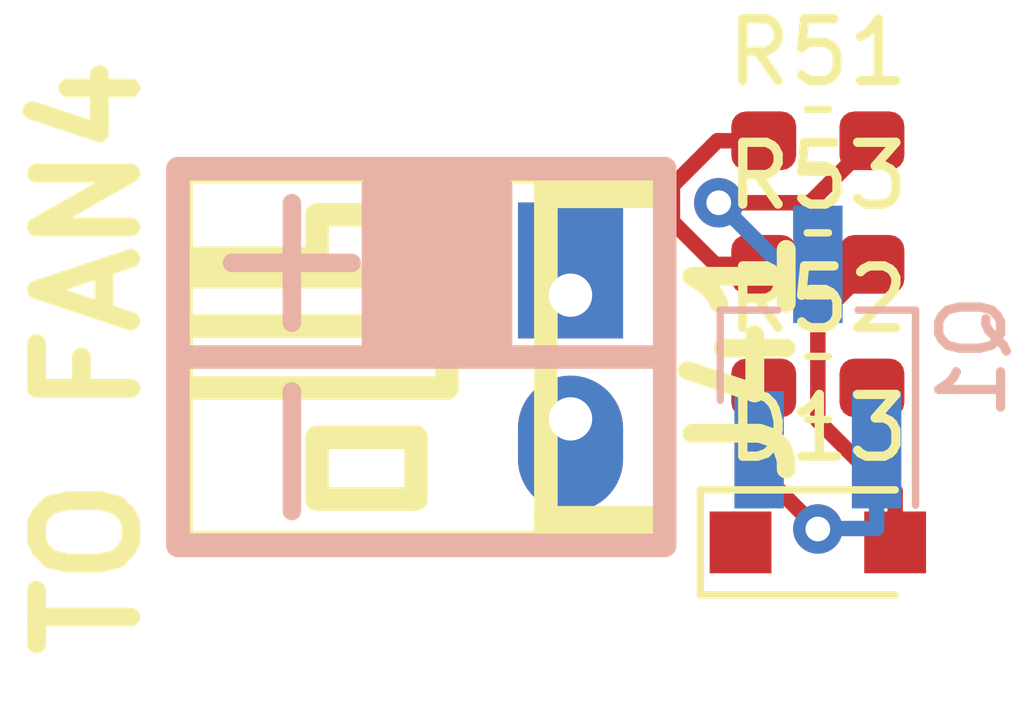
<source format=kicad_pcb>
(kicad_pcb (version 20171130) (host pcbnew 5.0.2-bee76a0~70~ubuntu18.04.1)

  (general
    (thickness 1.6)
    (drawings 0)
    (tracks 22)
    (zones 0)
    (modules 6)
    (nets 10)
  )

  (page A4)
  (layers
    (0 F.Cu signal)
    (31 B.Cu signal)
    (32 B.Adhes user)
    (33 F.Adhes user)
    (34 B.Paste user)
    (35 F.Paste user)
    (36 B.SilkS user)
    (37 F.SilkS user)
    (38 B.Mask user)
    (39 F.Mask user)
    (40 Dwgs.User user)
    (41 Cmts.User user)
    (42 Eco1.User user)
    (43 Eco2.User user)
    (44 Edge.Cuts user)
    (45 Margin user)
    (46 B.CrtYd user)
    (47 F.CrtYd user)
    (48 B.Fab user)
    (49 F.Fab user)
  )

  (setup
    (last_trace_width 0.25)
    (trace_clearance 0.2)
    (zone_clearance 0.508)
    (zone_45_only no)
    (trace_min 0.2)
    (segment_width 0.2)
    (edge_width 0.1)
    (via_size 0.8)
    (via_drill 0.4)
    (via_min_size 0.4)
    (via_min_drill 0.3)
    (uvia_size 0.3)
    (uvia_drill 0.1)
    (uvias_allowed no)
    (uvia_min_size 0.2)
    (uvia_min_drill 0.1)
    (pcb_text_width 0.3)
    (pcb_text_size 1.5 1.5)
    (mod_edge_width 0.15)
    (mod_text_size 1 1)
    (mod_text_width 0.15)
    (pad_size 1.5 1.5)
    (pad_drill 0.6)
    (pad_to_mask_clearance 0)
    (aux_axis_origin 0 0)
    (visible_elements FFFFEF7F)
    (pcbplotparams
      (layerselection 0x010fc_ffffffff)
      (usegerberextensions false)
      (usegerberattributes false)
      (usegerberadvancedattributes false)
      (creategerberjobfile false)
      (excludeedgelayer true)
      (linewidth 0.100000)
      (plotframeref false)
      (viasonmask false)
      (mode 1)
      (useauxorigin false)
      (hpglpennumber 1)
      (hpglpenspeed 20)
      (hpglpendiameter 15.000000)
      (psnegative false)
      (psa4output false)
      (plotreference true)
      (plotvalue true)
      (plotinvisibletext false)
      (padsonsilk false)
      (subtractmaskfromsilk false)
      (outputformat 1)
      (mirror false)
      (drillshape 1)
      (scaleselection 1)
      (outputdirectory ""))
  )

  (net 0 "")
  (net 1 "Net-(J41-Pad2)")
  (net 2 "Net-(J41-Pad1)")
  (net 3 VDD)
  (net 4 /FAN_PWM_OUTPUT)
  (net 5 /STM32_FAN_PWM)
  (net 6 "Net-(Q1-Pad1)")
  (net 7 /STM32_FAN_RPM)
  (net 8 GND)
  (net 9 /FAN_RPM)

  (net_class Default "This is the default net class."
    (clearance 0.2)
    (trace_width 0.25)
    (via_dia 0.8)
    (via_drill 0.4)
    (uvia_dia 0.3)
    (uvia_drill 0.1)
    (add_net /FAN_PWM_OUTPUT)
    (add_net /FAN_RPM)
    (add_net /STM32_FAN_PWM)
    (add_net /STM32_FAN_RPM)
    (add_net GND)
    (add_net "Net-(J41-Pad1)")
    (add_net "Net-(J41-Pad2)")
    (add_net "Net-(Q1-Pad1)")
    (add_net VDD)
  )

  (module Diode_SMD:D_SOD-323_HandSoldering (layer F.Cu) (tedit 58641869) (tstamp 5CC2B3BC)
    (at 24.5 31.5)
    (descr SOD-323)
    (tags SOD-323)
    (path /5CC25065)
    (attr smd)
    (fp_text reference D13 (at 0 -1.85) (layer F.SilkS)
      (effects (font (size 1 1) (thickness 0.15)))
    )
    (fp_text value 1N4148 (at 0.1 1.9) (layer F.Fab)
      (effects (font (size 1 1) (thickness 0.15)))
    )
    (fp_text user %R (at 0 -1.85) (layer F.Fab)
      (effects (font (size 1 1) (thickness 0.15)))
    )
    (fp_line (start -1.9 -0.85) (end -1.9 0.85) (layer F.SilkS) (width 0.12))
    (fp_line (start 0.2 0) (end 0.45 0) (layer F.Fab) (width 0.1))
    (fp_line (start 0.2 0.35) (end -0.3 0) (layer F.Fab) (width 0.1))
    (fp_line (start 0.2 -0.35) (end 0.2 0.35) (layer F.Fab) (width 0.1))
    (fp_line (start -0.3 0) (end 0.2 -0.35) (layer F.Fab) (width 0.1))
    (fp_line (start -0.3 0) (end -0.5 0) (layer F.Fab) (width 0.1))
    (fp_line (start -0.3 -0.35) (end -0.3 0.35) (layer F.Fab) (width 0.1))
    (fp_line (start -0.9 0.7) (end -0.9 -0.7) (layer F.Fab) (width 0.1))
    (fp_line (start 0.9 0.7) (end -0.9 0.7) (layer F.Fab) (width 0.1))
    (fp_line (start 0.9 -0.7) (end 0.9 0.7) (layer F.Fab) (width 0.1))
    (fp_line (start -0.9 -0.7) (end 0.9 -0.7) (layer F.Fab) (width 0.1))
    (fp_line (start -2 -0.95) (end 2 -0.95) (layer F.CrtYd) (width 0.05))
    (fp_line (start 2 -0.95) (end 2 0.95) (layer F.CrtYd) (width 0.05))
    (fp_line (start -2 0.95) (end 2 0.95) (layer F.CrtYd) (width 0.05))
    (fp_line (start -2 -0.95) (end -2 0.95) (layer F.CrtYd) (width 0.05))
    (fp_line (start -1.9 0.85) (end 1.25 0.85) (layer F.SilkS) (width 0.12))
    (fp_line (start -1.9 -0.85) (end 1.25 -0.85) (layer F.SilkS) (width 0.12))
    (pad 1 smd rect (at -1.25 0) (size 1 1) (layers F.Cu F.Paste F.Mask)
      (net 9 /FAN_RPM))
    (pad 2 smd rect (at 1.25 0) (size 1 1) (layers F.Cu F.Paste F.Mask)
      (net 7 /STM32_FAN_RPM))
    (model ${KISYS3DMOD}/Diode_SMD.3dshapes/D_SOD-323.wrl
      (at (xyz 0 0 0))
      (scale (xyz 1 1 1))
      (rotate (xyz 0 0 0))
    )
  )

  (module Package_TO_SOT_SMD:SOT-23_Handsoldering (layer B.Cu) (tedit 5A0AB76C) (tstamp 5CC2B3A4)
    (at 24.5 28.5 90)
    (descr "SOT-23, Handsoldering")
    (tags SOT-23)
    (path /5CC24DF7)
    (attr smd)
    (fp_text reference Q1 (at 0 2.5 90) (layer B.SilkS)
      (effects (font (size 1 1) (thickness 0.15)) (justify mirror))
    )
    (fp_text value SS9013_J3 (at 0 -2.5 90) (layer B.Fab)
      (effects (font (size 1 1) (thickness 0.15)) (justify mirror))
    )
    (fp_text user %R (at 0 0) (layer B.Fab)
      (effects (font (size 0.5 0.5) (thickness 0.075)) (justify mirror))
    )
    (fp_line (start 0.76 -1.58) (end 0.76 -0.65) (layer B.SilkS) (width 0.12))
    (fp_line (start 0.76 1.58) (end 0.76 0.65) (layer B.SilkS) (width 0.12))
    (fp_line (start -2.7 1.75) (end 2.7 1.75) (layer B.CrtYd) (width 0.05))
    (fp_line (start 2.7 1.75) (end 2.7 -1.75) (layer B.CrtYd) (width 0.05))
    (fp_line (start 2.7 -1.75) (end -2.7 -1.75) (layer B.CrtYd) (width 0.05))
    (fp_line (start -2.7 -1.75) (end -2.7 1.75) (layer B.CrtYd) (width 0.05))
    (fp_line (start 0.76 1.58) (end -2.4 1.58) (layer B.SilkS) (width 0.12))
    (fp_line (start -0.7 0.95) (end -0.7 -1.5) (layer B.Fab) (width 0.1))
    (fp_line (start -0.15 1.52) (end 0.7 1.52) (layer B.Fab) (width 0.1))
    (fp_line (start -0.7 0.95) (end -0.15 1.52) (layer B.Fab) (width 0.1))
    (fp_line (start 0.7 1.52) (end 0.7 -1.52) (layer B.Fab) (width 0.1))
    (fp_line (start -0.7 -1.52) (end 0.7 -1.52) (layer B.Fab) (width 0.1))
    (fp_line (start 0.76 -1.58) (end -0.7 -1.58) (layer B.SilkS) (width 0.12))
    (pad 1 smd rect (at -1.5 0.95 90) (size 1.9 0.8) (layers B.Cu B.Paste B.Mask)
      (net 6 "Net-(Q1-Pad1)"))
    (pad 2 smd rect (at -1.5 -0.95 90) (size 1.9 0.8) (layers B.Cu B.Paste B.Mask)
      (net 8 GND))
    (pad 3 smd rect (at 1.5 0 90) (size 1.9 0.8) (layers B.Cu B.Paste B.Mask)
      (net 4 /FAN_PWM_OUTPUT))
    (model ${KISYS3DMOD}/Package_TO_SOT_SMD.3dshapes/SOT-23.wrl
      (at (xyz 0 0 0))
      (scale (xyz 1 1 1))
      (rotate (xyz 0 0 0))
    )
  )

  (module Resistor_SMD:R_0603_1608Metric_Pad1.05x0.95mm_HandSolder (layer F.Cu) (tedit 5B301BBD) (tstamp 5CC2B38F)
    (at 24.5 27)
    (descr "Resistor SMD 0603 (1608 Metric), square (rectangular) end terminal, IPC_7351 nominal with elongated pad for handsoldering. (Body size source: http://www.tortai-tech.com/upload/download/2011102023233369053.pdf), generated with kicad-footprint-generator")
    (tags "resistor handsolder")
    (path /5CC25064)
    (attr smd)
    (fp_text reference R53 (at 0 -1.43) (layer F.SilkS)
      (effects (font (size 1 1) (thickness 0.15)))
    )
    (fp_text value R103 (at 0 1.43) (layer F.Fab)
      (effects (font (size 1 1) (thickness 0.15)))
    )
    (fp_line (start -0.8 0.4) (end -0.8 -0.4) (layer F.Fab) (width 0.1))
    (fp_line (start -0.8 -0.4) (end 0.8 -0.4) (layer F.Fab) (width 0.1))
    (fp_line (start 0.8 -0.4) (end 0.8 0.4) (layer F.Fab) (width 0.1))
    (fp_line (start 0.8 0.4) (end -0.8 0.4) (layer F.Fab) (width 0.1))
    (fp_line (start -0.171267 -0.51) (end 0.171267 -0.51) (layer F.SilkS) (width 0.12))
    (fp_line (start -0.171267 0.51) (end 0.171267 0.51) (layer F.SilkS) (width 0.12))
    (fp_line (start -1.65 0.73) (end -1.65 -0.73) (layer F.CrtYd) (width 0.05))
    (fp_line (start -1.65 -0.73) (end 1.65 -0.73) (layer F.CrtYd) (width 0.05))
    (fp_line (start 1.65 -0.73) (end 1.65 0.73) (layer F.CrtYd) (width 0.05))
    (fp_line (start 1.65 0.73) (end -1.65 0.73) (layer F.CrtYd) (width 0.05))
    (fp_text user %R (at 0 0) (layer F.Fab)
      (effects (font (size 0.4 0.4) (thickness 0.06)))
    )
    (pad 1 smd roundrect (at -0.875 0) (size 1.05 0.95) (layers F.Cu F.Paste F.Mask) (roundrect_rratio 0.25)
      (net 3 VDD))
    (pad 2 smd roundrect (at 0.875 0) (size 1.05 0.95) (layers F.Cu F.Paste F.Mask) (roundrect_rratio 0.25)
      (net 7 /STM32_FAN_RPM))
    (model ${KISYS3DMOD}/Resistor_SMD.3dshapes/R_0603_1608Metric.wrl
      (at (xyz 0 0 0))
      (scale (xyz 1 1 1))
      (rotate (xyz 0 0 0))
    )
  )

  (module Resistor_SMD:R_0603_1608Metric_Pad1.05x0.95mm_HandSolder (layer F.Cu) (tedit 5B301BBD) (tstamp 5CC2B37E)
    (at 24.5 29)
    (descr "Resistor SMD 0603 (1608 Metric), square (rectangular) end terminal, IPC_7351 nominal with elongated pad for handsoldering. (Body size source: http://www.tortai-tech.com/upload/download/2011102023233369053.pdf), generated with kicad-footprint-generator")
    (tags "resistor handsolder")
    (path /5BCBA355)
    (attr smd)
    (fp_text reference R52 (at 0 -1.43) (layer F.SilkS)
      (effects (font (size 1 1) (thickness 0.15)))
    )
    (fp_text value R471 (at 0 1.43) (layer F.Fab)
      (effects (font (size 1 1) (thickness 0.15)))
    )
    (fp_text user %R (at 0 0) (layer F.Fab)
      (effects (font (size 0.4 0.4) (thickness 0.06)))
    )
    (fp_line (start 1.65 0.73) (end -1.65 0.73) (layer F.CrtYd) (width 0.05))
    (fp_line (start 1.65 -0.73) (end 1.65 0.73) (layer F.CrtYd) (width 0.05))
    (fp_line (start -1.65 -0.73) (end 1.65 -0.73) (layer F.CrtYd) (width 0.05))
    (fp_line (start -1.65 0.73) (end -1.65 -0.73) (layer F.CrtYd) (width 0.05))
    (fp_line (start -0.171267 0.51) (end 0.171267 0.51) (layer F.SilkS) (width 0.12))
    (fp_line (start -0.171267 -0.51) (end 0.171267 -0.51) (layer F.SilkS) (width 0.12))
    (fp_line (start 0.8 0.4) (end -0.8 0.4) (layer F.Fab) (width 0.1))
    (fp_line (start 0.8 -0.4) (end 0.8 0.4) (layer F.Fab) (width 0.1))
    (fp_line (start -0.8 -0.4) (end 0.8 -0.4) (layer F.Fab) (width 0.1))
    (fp_line (start -0.8 0.4) (end -0.8 -0.4) (layer F.Fab) (width 0.1))
    (pad 2 smd roundrect (at 0.875 0) (size 1.05 0.95) (layers F.Cu F.Paste F.Mask) (roundrect_rratio 0.25)
      (net 5 /STM32_FAN_PWM))
    (pad 1 smd roundrect (at -0.875 0) (size 1.05 0.95) (layers F.Cu F.Paste F.Mask) (roundrect_rratio 0.25)
      (net 6 "Net-(Q1-Pad1)"))
    (model ${KISYS3DMOD}/Resistor_SMD.3dshapes/R_0603_1608Metric.wrl
      (at (xyz 0 0 0))
      (scale (xyz 1 1 1))
      (rotate (xyz 0 0 0))
    )
  )

  (module Resistor_SMD:R_0603_1608Metric_Pad1.05x0.95mm_HandSolder (layer F.Cu) (tedit 5B301BBD) (tstamp 5CC2B36D)
    (at 24.5 25)
    (descr "Resistor SMD 0603 (1608 Metric), square (rectangular) end terminal, IPC_7351 nominal with elongated pad for handsoldering. (Body size source: http://www.tortai-tech.com/upload/download/2011102023233369053.pdf), generated with kicad-footprint-generator")
    (tags "resistor handsolder")
    (path /5CC24DF4)
    (attr smd)
    (fp_text reference R51 (at 0 -1.43) (layer F.SilkS)
      (effects (font (size 1 1) (thickness 0.15)))
    )
    (fp_text value R331 (at 0 1.43) (layer F.Fab)
      (effects (font (size 1 1) (thickness 0.15)))
    )
    (fp_line (start -0.8 0.4) (end -0.8 -0.4) (layer F.Fab) (width 0.1))
    (fp_line (start -0.8 -0.4) (end 0.8 -0.4) (layer F.Fab) (width 0.1))
    (fp_line (start 0.8 -0.4) (end 0.8 0.4) (layer F.Fab) (width 0.1))
    (fp_line (start 0.8 0.4) (end -0.8 0.4) (layer F.Fab) (width 0.1))
    (fp_line (start -0.171267 -0.51) (end 0.171267 -0.51) (layer F.SilkS) (width 0.12))
    (fp_line (start -0.171267 0.51) (end 0.171267 0.51) (layer F.SilkS) (width 0.12))
    (fp_line (start -1.65 0.73) (end -1.65 -0.73) (layer F.CrtYd) (width 0.05))
    (fp_line (start -1.65 -0.73) (end 1.65 -0.73) (layer F.CrtYd) (width 0.05))
    (fp_line (start 1.65 -0.73) (end 1.65 0.73) (layer F.CrtYd) (width 0.05))
    (fp_line (start 1.65 0.73) (end -1.65 0.73) (layer F.CrtYd) (width 0.05))
    (fp_text user %R (at 0 0) (layer F.Fab)
      (effects (font (size 0.4 0.4) (thickness 0.06)))
    )
    (pad 1 smd roundrect (at -0.875 0) (size 1.05 0.95) (layers F.Cu F.Paste F.Mask) (roundrect_rratio 0.25)
      (net 3 VDD))
    (pad 2 smd roundrect (at 0.875 0) (size 1.05 0.95) (layers F.Cu F.Paste F.Mask) (roundrect_rratio 0.25)
      (net 4 /FAN_PWM_OUTPUT))
    (model ${KISYS3DMOD}/Resistor_SMD.3dshapes/R_0603_1608Metric.wrl
      (at (xyz 0 0 0))
      (scale (xyz 1 1 1))
      (rotate (xyz 0 0 0))
    )
  )

  (module footprint-lib:s2b-ph-kl,fan_output (layer F.Cu) (tedit 5CC1F274) (tstamp 5CC2B35C)
    (at 20.5 28.5 270)
    (descr "JST PH series connector, S2B-PH-KL")
    (path /5CC2872E)
    (fp_text reference J41 (at 0 -2.79908 270) (layer F.SilkS)
      (effects (font (size 1.524 1.524) (thickness 0.3048)))
    )
    (fp_text value "TO FAN4" (at 0 7.80034 270) (layer F.SilkS)
      (effects (font (size 1.524 1.524) (thickness 0.3048)))
    )
    (fp_line (start -2.99974 -1.39954) (end -2.99974 6.2992) (layer F.SilkS) (width 0.381))
    (fp_line (start -2.60096 -1.39954) (end -2.99974 -1.39954) (layer F.SilkS) (width 0.381))
    (fp_line (start -2.60096 0.39878) (end -2.60096 -1.39954) (layer F.SilkS) (width 0.381))
    (fp_line (start 2.60096 -1.39954) (end 2.60096 0.39878) (layer F.SilkS) (width 0.381))
    (fp_line (start 2.99974 -1.39954) (end 2.60096 -1.39954) (layer F.SilkS) (width 0.381))
    (fp_line (start 2.99974 6.2992) (end 2.99974 -1.39954) (layer F.SilkS) (width 0.381))
    (fp_line (start -2.99974 6.2992) (end 2.99974 6.2992) (layer F.SilkS) (width 0.381))
    (fp_line (start -2.79908 -1.39954) (end -2.79908 0.39878) (layer F.SilkS) (width 0.381))
    (fp_line (start 2.79908 -1.39954) (end 2.79908 0.39878) (layer F.SilkS) (width 0.381))
    (fp_line (start 2.99974 0.39878) (end -2.99974 0.39878) (layer F.SilkS) (width 0.381))
    (fp_line (start -2.30124 4.09956) (end -2.30124 2.49936) (layer F.SilkS) (width 0.381))
    (fp_line (start -1.30048 4.09956) (end -2.30124 4.09956) (layer F.SilkS) (width 0.381))
    (fp_line (start -1.30048 2.49936) (end -1.30048 4.09956) (layer F.SilkS) (width 0.381))
    (fp_line (start -2.30124 2.49936) (end -1.30048 2.49936) (layer F.SilkS) (width 0.381))
    (fp_line (start 1.29794 2.49936) (end 2.2987 2.49936) (layer F.SilkS) (width 0.381))
    (fp_line (start 2.2987 2.49936) (end 2.2987 4.09956) (layer F.SilkS) (width 0.381))
    (fp_line (start 2.2987 4.09956) (end 1.29794 4.09956) (layer F.SilkS) (width 0.381))
    (fp_line (start 1.29794 4.09956) (end 1.29794 2.49936) (layer F.SilkS) (width 0.381))
    (fp_line (start 0.50038 1.99898) (end -0.50038 1.99898) (layer F.SilkS) (width 0.381))
    (fp_line (start -0.50038 1.99898) (end -0.50038 6.2992) (layer F.SilkS) (width 0.381))
    (fp_line (start 0.50038 1.99898) (end 0.50038 6.2992) (layer F.SilkS) (width 0.381))
    (fp_line (start -1.6002 6.2992) (end -1.6002 4.09956) (layer F.SilkS) (width 0.381))
    (fp_line (start -1.30048 6.2992) (end -1.6002 6.2992) (layer F.SilkS) (width 0.381))
    (fp_line (start -1.30048 4.09956) (end -1.30048 6.2992) (layer F.SilkS) (width 0.381))
    (fp_poly (pts (xy -2.794 1.016) (xy 0 1.016) (xy 0 3.302) (xy -2.794 3.302)) (layer B.SilkS) (width 0.15))
    (fp_text user + (at -1.524 4.699 270) (layer B.SilkS)
      (effects (font (size 2.54 2.54) (thickness 0.3)) (justify mirror))
    )
    (fp_text user - (at 1.524 4.699 270) (layer B.SilkS)
      (effects (font (size 2.54 2.54) (thickness 0.3)) (justify mirror))
    )
    (fp_line (start -3.048 -1.524) (end -3.048 6.35) (layer B.SilkS) (width 0.381))
    (fp_line (start -3.048 -1.524) (end 3.048 -1.524) (layer B.SilkS) (width 0.381))
    (fp_line (start 3.048 -1.524) (end 3.048 6.35) (layer B.SilkS) (width 0.381))
    (fp_line (start 3.048 6.35) (end -3.048 6.35) (layer B.SilkS) (width 0.381))
    (fp_line (start 0 -1.524) (end 0 6.35) (layer B.SilkS) (width 0.381))
    (pad 2 thru_hole oval (at 1.00076 0 270) (size 2.19888 1.69926) (drill 0.70104 (offset 0.4 0)) (layers *.Cu *.Mask)
      (net 1 "Net-(J41-Pad2)"))
    (pad 1 thru_hole rect (at -1.00076 0 270) (size 2.19888 1.69926) (drill 0.70104 (offset -0.4 0)) (layers *.Cu *.Mask)
      (net 2 "Net-(J41-Pad1)"))
    (model ${HOME}/_workspace/kicad/kicad_library/smisioto-footprints/modules/packages3d/walter/conn_jst-ph/s2b-ph-kl.wrl
      (at (xyz 0 0 0))
      (scale (xyz 1 1 1))
      (rotate (xyz 0 0 0))
    )
  )

  (segment (start 23.625 25) (end 22.8746 25) (width 0.25) (layer F.Cu) (net 3))
  (segment (start 22.8746 25) (end 22.148 25.7266) (width 0.25) (layer F.Cu) (net 3))
  (segment (start 22.148 25.7266) (end 22.148 26.3089) (width 0.25) (layer F.Cu) (net 3))
  (segment (start 22.148 26.3089) (end 22.8391 27) (width 0.25) (layer F.Cu) (net 3))
  (segment (start 22.8391 27) (end 23.625 27) (width 0.25) (layer F.Cu) (net 3))
  (segment (start 25.375 25) (end 24.3719 26.0031) (width 0.25) (layer F.Cu) (net 4))
  (segment (start 24.3719 26.0031) (end 22.8973 26.0031) (width 0.25) (layer F.Cu) (net 4))
  (segment (start 23.7747 27) (end 23.7747 26.8805) (width 0.25) (layer B.Cu) (net 4))
  (segment (start 23.7747 26.8805) (end 22.8973 26.0031) (width 0.25) (layer B.Cu) (net 4))
  (segment (start 24.5 27) (end 23.7747 27) (width 0.25) (layer B.Cu) (net 4))
  (via (at 22.8973 26.0031) (size 0.8) (layers F.Cu B.Cu) (net 4))
  (segment (start 25.45 30) (end 25.45 31.2753) (width 0.25) (layer B.Cu) (net 6))
  (segment (start 23.625 29) (end 23.625 30.408) (width 0.25) (layer F.Cu) (net 6))
  (segment (start 23.625 30.408) (end 24.5 31.283) (width 0.25) (layer F.Cu) (net 6))
  (segment (start 25.45 31.2753) (end 24.5077 31.2753) (width 0.25) (layer B.Cu) (net 6))
  (segment (start 24.5077 31.2753) (end 24.5 31.283) (width 0.25) (layer B.Cu) (net 6))
  (via (at 24.5 31.283) (size 0.8) (layers F.Cu B.Cu) (net 6))
  (segment (start 25.75 31.5) (end 25.75 30.6747) (width 0.25) (layer F.Cu) (net 7))
  (segment (start 25.75 30.6747) (end 25.6468 30.6747) (width 0.25) (layer F.Cu) (net 7))
  (segment (start 25.6468 30.6747) (end 24.5 29.5279) (width 0.25) (layer F.Cu) (net 7))
  (segment (start 24.5 29.5279) (end 24.5 27.875) (width 0.25) (layer F.Cu) (net 7))
  (segment (start 24.5 27.875) (end 25.375 27) (width 0.25) (layer F.Cu) (net 7))

)

</source>
